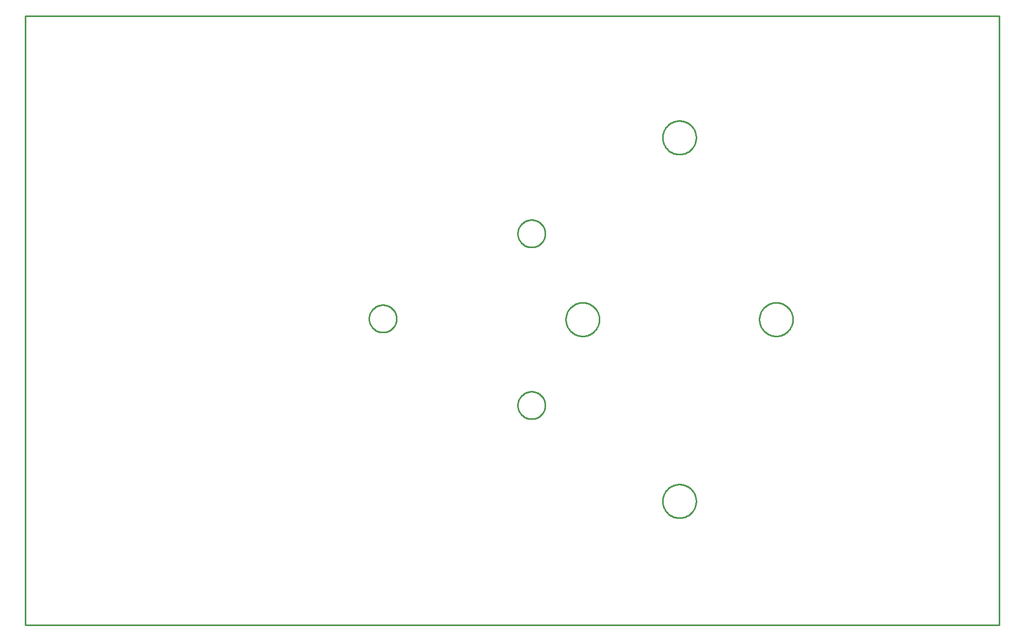
<source format=gbr>
G04 EAGLE Gerber RS-274X export*
G75*
%MOMM*%
%FSLAX34Y34*%
%LPD*%
%IN*%
%IPPOS*%
%AMOC8*
5,1,8,0,0,1.08239X$1,22.5*%
G01*
%ADD10C,0.254000*%


D10*
X0Y0D02*
X1597460Y0D01*
X1597460Y1000000D01*
X0Y1000000D01*
X0Y0D01*
X609240Y502289D02*
X609169Y501028D01*
X609028Y499773D01*
X608816Y498529D01*
X608535Y497298D01*
X608186Y496085D01*
X607769Y494893D01*
X607286Y493726D01*
X606738Y492589D01*
X606127Y491484D01*
X605455Y490415D01*
X604725Y489385D01*
X603938Y488398D01*
X603096Y487457D01*
X602204Y486564D01*
X601262Y485722D01*
X600275Y484935D01*
X599245Y484205D01*
X598176Y483533D01*
X597071Y482922D01*
X595934Y482374D01*
X594767Y481891D01*
X593575Y481474D01*
X592362Y481125D01*
X591131Y480844D01*
X589887Y480632D01*
X588632Y480491D01*
X587371Y480420D01*
X586109Y480420D01*
X584848Y480491D01*
X583593Y480632D01*
X582349Y480844D01*
X581118Y481125D01*
X579905Y481474D01*
X578713Y481891D01*
X577546Y482374D01*
X576409Y482922D01*
X575304Y483533D01*
X574235Y484205D01*
X573205Y484935D01*
X572218Y485722D01*
X571277Y486564D01*
X570384Y487457D01*
X569542Y488398D01*
X568755Y489385D01*
X568025Y490415D01*
X567353Y491484D01*
X566742Y492589D01*
X566194Y493726D01*
X565711Y494893D01*
X565294Y496085D01*
X564945Y497298D01*
X564664Y498529D01*
X564452Y499773D01*
X564311Y501028D01*
X564240Y502289D01*
X564240Y503551D01*
X564311Y504812D01*
X564452Y506067D01*
X564664Y507311D01*
X564945Y508542D01*
X565294Y509755D01*
X565711Y510947D01*
X566194Y512114D01*
X566742Y513251D01*
X567353Y514356D01*
X568025Y515425D01*
X568755Y516455D01*
X569542Y517442D01*
X570384Y518384D01*
X571277Y519276D01*
X572218Y520118D01*
X573205Y520905D01*
X574235Y521635D01*
X575304Y522307D01*
X576409Y522918D01*
X577546Y523466D01*
X578713Y523949D01*
X579905Y524366D01*
X581118Y524715D01*
X582349Y524996D01*
X583593Y525208D01*
X584848Y525349D01*
X586109Y525420D01*
X587371Y525420D01*
X588632Y525349D01*
X589887Y525208D01*
X591131Y524996D01*
X592362Y524715D01*
X593575Y524366D01*
X594767Y523949D01*
X595934Y523466D01*
X597071Y522918D01*
X598176Y522307D01*
X599245Y521635D01*
X600275Y520905D01*
X601262Y520118D01*
X602204Y519276D01*
X603096Y518384D01*
X603938Y517442D01*
X604725Y516455D01*
X605455Y515425D01*
X606127Y514356D01*
X606738Y513251D01*
X607286Y512114D01*
X607769Y510947D01*
X608186Y509755D01*
X608535Y508542D01*
X608816Y507311D01*
X609028Y506067D01*
X609169Y504812D01*
X609240Y503551D01*
X609240Y502289D01*
X853080Y641989D02*
X853009Y640728D01*
X852868Y639473D01*
X852656Y638229D01*
X852375Y636998D01*
X852026Y635785D01*
X851609Y634593D01*
X851126Y633426D01*
X850578Y632289D01*
X849967Y631184D01*
X849295Y630115D01*
X848565Y629085D01*
X847778Y628098D01*
X846936Y627157D01*
X846044Y626264D01*
X845102Y625422D01*
X844115Y624635D01*
X843085Y623905D01*
X842016Y623233D01*
X840911Y622622D01*
X839774Y622074D01*
X838607Y621591D01*
X837415Y621174D01*
X836202Y620825D01*
X834971Y620544D01*
X833727Y620332D01*
X832472Y620191D01*
X831211Y620120D01*
X829949Y620120D01*
X828688Y620191D01*
X827433Y620332D01*
X826189Y620544D01*
X824958Y620825D01*
X823745Y621174D01*
X822553Y621591D01*
X821386Y622074D01*
X820249Y622622D01*
X819144Y623233D01*
X818075Y623905D01*
X817045Y624635D01*
X816058Y625422D01*
X815117Y626264D01*
X814224Y627157D01*
X813382Y628098D01*
X812595Y629085D01*
X811865Y630115D01*
X811193Y631184D01*
X810582Y632289D01*
X810034Y633426D01*
X809551Y634593D01*
X809134Y635785D01*
X808785Y636998D01*
X808504Y638229D01*
X808292Y639473D01*
X808151Y640728D01*
X808080Y641989D01*
X808080Y643251D01*
X808151Y644512D01*
X808292Y645767D01*
X808504Y647011D01*
X808785Y648242D01*
X809134Y649455D01*
X809551Y650647D01*
X810034Y651814D01*
X810582Y652951D01*
X811193Y654056D01*
X811865Y655125D01*
X812595Y656155D01*
X813382Y657142D01*
X814224Y658084D01*
X815117Y658976D01*
X816058Y659818D01*
X817045Y660605D01*
X818075Y661335D01*
X819144Y662007D01*
X820249Y662618D01*
X821386Y663166D01*
X822553Y663649D01*
X823745Y664066D01*
X824958Y664415D01*
X826189Y664696D01*
X827433Y664908D01*
X828688Y665049D01*
X829949Y665120D01*
X831211Y665120D01*
X832472Y665049D01*
X833727Y664908D01*
X834971Y664696D01*
X836202Y664415D01*
X837415Y664066D01*
X838607Y663649D01*
X839774Y663166D01*
X840911Y662618D01*
X842016Y662007D01*
X843085Y661335D01*
X844115Y660605D01*
X845102Y659818D01*
X846044Y658976D01*
X846936Y658084D01*
X847778Y657142D01*
X848565Y656155D01*
X849295Y655125D01*
X849967Y654056D01*
X850578Y652951D01*
X851126Y651814D01*
X851609Y650647D01*
X852026Y649455D01*
X852375Y648242D01*
X852656Y647011D01*
X852868Y645767D01*
X853009Y644512D01*
X853080Y643251D01*
X853080Y641989D01*
X853080Y360049D02*
X853009Y358788D01*
X852868Y357533D01*
X852656Y356289D01*
X852375Y355058D01*
X852026Y353845D01*
X851609Y352653D01*
X851126Y351486D01*
X850578Y350349D01*
X849967Y349244D01*
X849295Y348175D01*
X848565Y347145D01*
X847778Y346158D01*
X846936Y345217D01*
X846044Y344324D01*
X845102Y343482D01*
X844115Y342695D01*
X843085Y341965D01*
X842016Y341293D01*
X840911Y340682D01*
X839774Y340134D01*
X838607Y339651D01*
X837415Y339234D01*
X836202Y338885D01*
X834971Y338604D01*
X833727Y338392D01*
X832472Y338251D01*
X831211Y338180D01*
X829949Y338180D01*
X828688Y338251D01*
X827433Y338392D01*
X826189Y338604D01*
X824958Y338885D01*
X823745Y339234D01*
X822553Y339651D01*
X821386Y340134D01*
X820249Y340682D01*
X819144Y341293D01*
X818075Y341965D01*
X817045Y342695D01*
X816058Y343482D01*
X815117Y344324D01*
X814224Y345217D01*
X813382Y346158D01*
X812595Y347145D01*
X811865Y348175D01*
X811193Y349244D01*
X810582Y350349D01*
X810034Y351486D01*
X809551Y352653D01*
X809134Y353845D01*
X808785Y355058D01*
X808504Y356289D01*
X808292Y357533D01*
X808151Y358788D01*
X808080Y360049D01*
X808080Y361311D01*
X808151Y362572D01*
X808292Y363827D01*
X808504Y365071D01*
X808785Y366302D01*
X809134Y367515D01*
X809551Y368707D01*
X810034Y369874D01*
X810582Y371011D01*
X811193Y372116D01*
X811865Y373185D01*
X812595Y374215D01*
X813382Y375202D01*
X814224Y376144D01*
X815117Y377036D01*
X816058Y377878D01*
X817045Y378665D01*
X818075Y379395D01*
X819144Y380067D01*
X820249Y380678D01*
X821386Y381226D01*
X822553Y381709D01*
X823745Y382126D01*
X824958Y382475D01*
X826189Y382756D01*
X827433Y382968D01*
X828688Y383109D01*
X829949Y383180D01*
X831211Y383180D01*
X832472Y383109D01*
X833727Y382968D01*
X834971Y382756D01*
X836202Y382475D01*
X837415Y382126D01*
X838607Y381709D01*
X839774Y381226D01*
X840911Y380678D01*
X842016Y380067D01*
X843085Y379395D01*
X844115Y378665D01*
X845102Y377878D01*
X846044Y377036D01*
X846936Y376144D01*
X847778Y375202D01*
X848565Y374215D01*
X849295Y373185D01*
X849967Y372116D01*
X850578Y371011D01*
X851126Y369874D01*
X851609Y368707D01*
X852026Y367515D01*
X852375Y366302D01*
X852656Y365071D01*
X852868Y363827D01*
X853009Y362572D01*
X853080Y361311D01*
X853080Y360049D01*
X1100650Y799380D02*
X1100575Y797942D01*
X1100424Y796509D01*
X1100199Y795087D01*
X1099899Y793678D01*
X1099527Y792287D01*
X1099082Y790917D01*
X1098565Y789573D01*
X1097980Y788257D01*
X1097326Y786974D01*
X1096606Y785726D01*
X1095821Y784519D01*
X1094975Y783353D01*
X1094068Y782234D01*
X1093105Y781164D01*
X1092086Y780145D01*
X1091016Y779182D01*
X1089897Y778275D01*
X1088732Y777429D01*
X1087524Y776644D01*
X1086276Y775924D01*
X1084993Y775270D01*
X1083677Y774685D01*
X1082333Y774168D01*
X1080963Y773723D01*
X1079572Y773351D01*
X1078163Y773051D01*
X1076741Y772826D01*
X1075308Y772675D01*
X1073870Y772600D01*
X1072430Y772600D01*
X1070992Y772675D01*
X1069559Y772826D01*
X1068137Y773051D01*
X1066728Y773351D01*
X1065337Y773723D01*
X1063967Y774168D01*
X1062623Y774685D01*
X1061307Y775270D01*
X1060024Y775924D01*
X1058776Y776644D01*
X1057569Y777429D01*
X1056403Y778275D01*
X1055284Y779182D01*
X1054214Y780145D01*
X1053195Y781164D01*
X1052232Y782234D01*
X1051325Y783353D01*
X1050479Y784519D01*
X1049694Y785726D01*
X1048974Y786974D01*
X1048320Y788257D01*
X1047735Y789573D01*
X1047218Y790917D01*
X1046773Y792287D01*
X1046401Y793678D01*
X1046101Y795087D01*
X1045876Y796509D01*
X1045725Y797942D01*
X1045650Y799380D01*
X1045650Y800820D01*
X1045725Y802258D01*
X1045876Y803691D01*
X1046101Y805113D01*
X1046401Y806522D01*
X1046773Y807913D01*
X1047218Y809283D01*
X1047735Y810627D01*
X1048320Y811943D01*
X1048974Y813226D01*
X1049694Y814474D01*
X1050479Y815682D01*
X1051325Y816847D01*
X1052232Y817966D01*
X1053195Y819036D01*
X1054214Y820055D01*
X1055284Y821018D01*
X1056403Y821925D01*
X1057569Y822771D01*
X1058776Y823556D01*
X1060024Y824276D01*
X1061307Y824930D01*
X1062623Y825515D01*
X1063967Y826032D01*
X1065337Y826477D01*
X1066728Y826849D01*
X1068137Y827149D01*
X1069559Y827374D01*
X1070992Y827525D01*
X1072430Y827600D01*
X1073870Y827600D01*
X1075308Y827525D01*
X1076741Y827374D01*
X1078163Y827149D01*
X1079572Y826849D01*
X1080963Y826477D01*
X1082333Y826032D01*
X1083677Y825515D01*
X1084993Y824930D01*
X1086276Y824276D01*
X1087524Y823556D01*
X1088732Y822771D01*
X1089897Y821925D01*
X1091016Y821018D01*
X1092086Y820055D01*
X1093105Y819036D01*
X1094068Y817966D01*
X1094975Y816847D01*
X1095821Y815682D01*
X1096606Y814474D01*
X1097326Y813226D01*
X1097980Y811943D01*
X1098565Y810627D01*
X1099082Y809283D01*
X1099527Y807913D01*
X1099899Y806522D01*
X1100199Y805113D01*
X1100424Y803691D01*
X1100575Y802258D01*
X1100650Y800820D01*
X1100650Y799380D01*
X941900Y500930D02*
X941825Y499492D01*
X941674Y498059D01*
X941449Y496637D01*
X941149Y495228D01*
X940777Y493837D01*
X940332Y492467D01*
X939815Y491123D01*
X939230Y489807D01*
X938576Y488524D01*
X937856Y487276D01*
X937071Y486069D01*
X936225Y484903D01*
X935318Y483784D01*
X934355Y482714D01*
X933336Y481695D01*
X932266Y480732D01*
X931147Y479825D01*
X929982Y478979D01*
X928774Y478194D01*
X927526Y477474D01*
X926243Y476820D01*
X924927Y476235D01*
X923583Y475718D01*
X922213Y475273D01*
X920822Y474901D01*
X919413Y474601D01*
X917991Y474376D01*
X916558Y474225D01*
X915120Y474150D01*
X913680Y474150D01*
X912242Y474225D01*
X910809Y474376D01*
X909387Y474601D01*
X907978Y474901D01*
X906587Y475273D01*
X905217Y475718D01*
X903873Y476235D01*
X902557Y476820D01*
X901274Y477474D01*
X900026Y478194D01*
X898819Y478979D01*
X897653Y479825D01*
X896534Y480732D01*
X895464Y481695D01*
X894445Y482714D01*
X893482Y483784D01*
X892575Y484903D01*
X891729Y486069D01*
X890944Y487276D01*
X890224Y488524D01*
X889570Y489807D01*
X888985Y491123D01*
X888468Y492467D01*
X888023Y493837D01*
X887651Y495228D01*
X887351Y496637D01*
X887126Y498059D01*
X886975Y499492D01*
X886900Y500930D01*
X886900Y502370D01*
X886975Y503808D01*
X887126Y505241D01*
X887351Y506663D01*
X887651Y508072D01*
X888023Y509463D01*
X888468Y510833D01*
X888985Y512177D01*
X889570Y513493D01*
X890224Y514776D01*
X890944Y516024D01*
X891729Y517232D01*
X892575Y518397D01*
X893482Y519516D01*
X894445Y520586D01*
X895464Y521605D01*
X896534Y522568D01*
X897653Y523475D01*
X898819Y524321D01*
X900026Y525106D01*
X901274Y525826D01*
X902557Y526480D01*
X903873Y527065D01*
X905217Y527582D01*
X906587Y528027D01*
X907978Y528399D01*
X909387Y528699D01*
X910809Y528924D01*
X912242Y529075D01*
X913680Y529150D01*
X915120Y529150D01*
X916558Y529075D01*
X917991Y528924D01*
X919413Y528699D01*
X920822Y528399D01*
X922213Y528027D01*
X923583Y527582D01*
X924927Y527065D01*
X926243Y526480D01*
X927526Y525826D01*
X928774Y525106D01*
X929982Y524321D01*
X931147Y523475D01*
X932266Y522568D01*
X933336Y521605D01*
X934355Y520586D01*
X935318Y519516D01*
X936225Y518397D01*
X937071Y517232D01*
X937856Y516024D01*
X938576Y514776D01*
X939230Y513493D01*
X939815Y512177D01*
X940332Y510833D01*
X940777Y509463D01*
X941149Y508072D01*
X941449Y506663D01*
X941674Y505241D01*
X941825Y503808D01*
X941900Y502370D01*
X941900Y500930D01*
X1259400Y500930D02*
X1259325Y499492D01*
X1259174Y498059D01*
X1258949Y496637D01*
X1258649Y495228D01*
X1258277Y493837D01*
X1257832Y492467D01*
X1257315Y491123D01*
X1256730Y489807D01*
X1256076Y488524D01*
X1255356Y487276D01*
X1254571Y486069D01*
X1253725Y484903D01*
X1252818Y483784D01*
X1251855Y482714D01*
X1250836Y481695D01*
X1249766Y480732D01*
X1248647Y479825D01*
X1247482Y478979D01*
X1246274Y478194D01*
X1245026Y477474D01*
X1243743Y476820D01*
X1242427Y476235D01*
X1241083Y475718D01*
X1239713Y475273D01*
X1238322Y474901D01*
X1236913Y474601D01*
X1235491Y474376D01*
X1234058Y474225D01*
X1232620Y474150D01*
X1231180Y474150D01*
X1229742Y474225D01*
X1228309Y474376D01*
X1226887Y474601D01*
X1225478Y474901D01*
X1224087Y475273D01*
X1222717Y475718D01*
X1221373Y476235D01*
X1220057Y476820D01*
X1218774Y477474D01*
X1217526Y478194D01*
X1216319Y478979D01*
X1215153Y479825D01*
X1214034Y480732D01*
X1212964Y481695D01*
X1211945Y482714D01*
X1210982Y483784D01*
X1210075Y484903D01*
X1209229Y486069D01*
X1208444Y487276D01*
X1207724Y488524D01*
X1207070Y489807D01*
X1206485Y491123D01*
X1205968Y492467D01*
X1205523Y493837D01*
X1205151Y495228D01*
X1204851Y496637D01*
X1204626Y498059D01*
X1204475Y499492D01*
X1204400Y500930D01*
X1204400Y502370D01*
X1204475Y503808D01*
X1204626Y505241D01*
X1204851Y506663D01*
X1205151Y508072D01*
X1205523Y509463D01*
X1205968Y510833D01*
X1206485Y512177D01*
X1207070Y513493D01*
X1207724Y514776D01*
X1208444Y516024D01*
X1209229Y517232D01*
X1210075Y518397D01*
X1210982Y519516D01*
X1211945Y520586D01*
X1212964Y521605D01*
X1214034Y522568D01*
X1215153Y523475D01*
X1216319Y524321D01*
X1217526Y525106D01*
X1218774Y525826D01*
X1220057Y526480D01*
X1221373Y527065D01*
X1222717Y527582D01*
X1224087Y528027D01*
X1225478Y528399D01*
X1226887Y528699D01*
X1228309Y528924D01*
X1229742Y529075D01*
X1231180Y529150D01*
X1232620Y529150D01*
X1234058Y529075D01*
X1235491Y528924D01*
X1236913Y528699D01*
X1238322Y528399D01*
X1239713Y528027D01*
X1241083Y527582D01*
X1242427Y527065D01*
X1243743Y526480D01*
X1245026Y525826D01*
X1246274Y525106D01*
X1247482Y524321D01*
X1248647Y523475D01*
X1249766Y522568D01*
X1250836Y521605D01*
X1251855Y520586D01*
X1252818Y519516D01*
X1253725Y518397D01*
X1254571Y517232D01*
X1255356Y516024D01*
X1256076Y514776D01*
X1256730Y513493D01*
X1257315Y512177D01*
X1257832Y510833D01*
X1258277Y509463D01*
X1258649Y508072D01*
X1258949Y506663D01*
X1259174Y505241D01*
X1259325Y503808D01*
X1259400Y502370D01*
X1259400Y500930D01*
X1100650Y202480D02*
X1100575Y201042D01*
X1100424Y199609D01*
X1100199Y198187D01*
X1099899Y196778D01*
X1099527Y195387D01*
X1099082Y194017D01*
X1098565Y192673D01*
X1097980Y191357D01*
X1097326Y190074D01*
X1096606Y188826D01*
X1095821Y187619D01*
X1094975Y186453D01*
X1094068Y185334D01*
X1093105Y184264D01*
X1092086Y183245D01*
X1091016Y182282D01*
X1089897Y181375D01*
X1088732Y180529D01*
X1087524Y179744D01*
X1086276Y179024D01*
X1084993Y178370D01*
X1083677Y177785D01*
X1082333Y177268D01*
X1080963Y176823D01*
X1079572Y176451D01*
X1078163Y176151D01*
X1076741Y175926D01*
X1075308Y175775D01*
X1073870Y175700D01*
X1072430Y175700D01*
X1070992Y175775D01*
X1069559Y175926D01*
X1068137Y176151D01*
X1066728Y176451D01*
X1065337Y176823D01*
X1063967Y177268D01*
X1062623Y177785D01*
X1061307Y178370D01*
X1060024Y179024D01*
X1058776Y179744D01*
X1057569Y180529D01*
X1056403Y181375D01*
X1055284Y182282D01*
X1054214Y183245D01*
X1053195Y184264D01*
X1052232Y185334D01*
X1051325Y186453D01*
X1050479Y187619D01*
X1049694Y188826D01*
X1048974Y190074D01*
X1048320Y191357D01*
X1047735Y192673D01*
X1047218Y194017D01*
X1046773Y195387D01*
X1046401Y196778D01*
X1046101Y198187D01*
X1045876Y199609D01*
X1045725Y201042D01*
X1045650Y202480D01*
X1045650Y203920D01*
X1045725Y205358D01*
X1045876Y206791D01*
X1046101Y208213D01*
X1046401Y209622D01*
X1046773Y211013D01*
X1047218Y212383D01*
X1047735Y213727D01*
X1048320Y215043D01*
X1048974Y216326D01*
X1049694Y217574D01*
X1050479Y218782D01*
X1051325Y219947D01*
X1052232Y221066D01*
X1053195Y222136D01*
X1054214Y223155D01*
X1055284Y224118D01*
X1056403Y225025D01*
X1057569Y225871D01*
X1058776Y226656D01*
X1060024Y227376D01*
X1061307Y228030D01*
X1062623Y228615D01*
X1063967Y229132D01*
X1065337Y229577D01*
X1066728Y229949D01*
X1068137Y230249D01*
X1069559Y230474D01*
X1070992Y230625D01*
X1072430Y230700D01*
X1073870Y230700D01*
X1075308Y230625D01*
X1076741Y230474D01*
X1078163Y230249D01*
X1079572Y229949D01*
X1080963Y229577D01*
X1082333Y229132D01*
X1083677Y228615D01*
X1084993Y228030D01*
X1086276Y227376D01*
X1087524Y226656D01*
X1088732Y225871D01*
X1089897Y225025D01*
X1091016Y224118D01*
X1092086Y223155D01*
X1093105Y222136D01*
X1094068Y221066D01*
X1094975Y219947D01*
X1095821Y218782D01*
X1096606Y217574D01*
X1097326Y216326D01*
X1097980Y215043D01*
X1098565Y213727D01*
X1099082Y212383D01*
X1099527Y211013D01*
X1099899Y209622D01*
X1100199Y208213D01*
X1100424Y206791D01*
X1100575Y205358D01*
X1100650Y203920D01*
X1100650Y202480D01*
M02*

</source>
